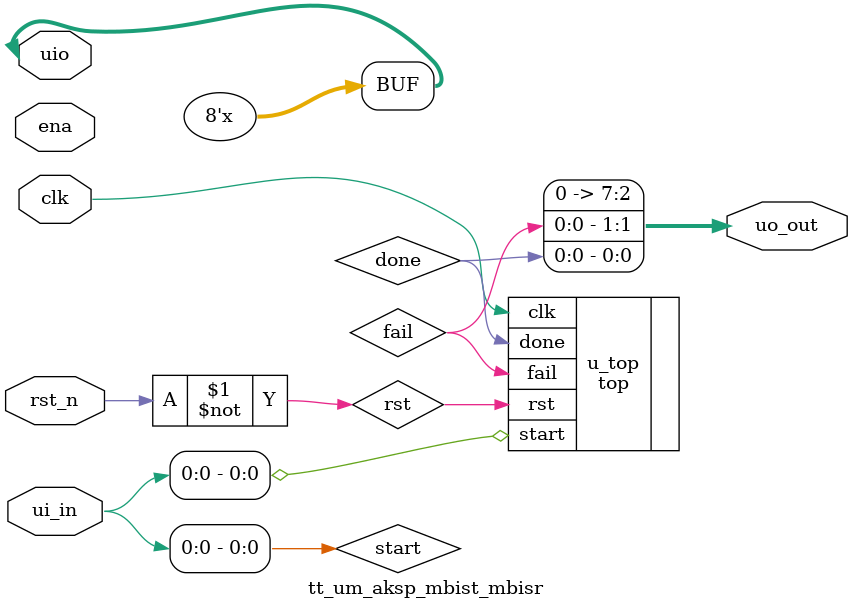
<source format=v>
/*
  TinyTapeout wrapper: tt_um_aksp_mbist_mbisr
  Maps TinyTapeout standard pins to the user's top module.
  - ui_in[0] -> start
  - uo_out[0] -> done
  - uo_out[1] -> fail
  - rst = ~rst_n
  - ena is not used by user's top but accepted by interface
  - uio left as high-Z
*/
module tt_um_aksp_mbist_mbisr (
    input  wire        clk,
    input  wire        rst_n,
    input  wire        ena,
    input  wire [7:0]  ui_in,
    output wire [7:0]  uo_out,
    inout  wire [7:0]  uio
);

    // translate reset and start
    wire rst = ~rst_n;
    wire start = ui_in[0];

    wire done;
    wire fail;

    // instantiate user's top (keeps original logic)
    top u_top (
        .clk(clk),
        .rst(rst),
        .start(start),
        .done(done),
        .fail(fail)
    );

    // map outputs
    assign uo_out[0] = done;
    assign uo_out[1] = fail;
    assign uo_out[7:2] = 6'b0;

    // leave uio as high-Z
    genvar i;
    generate
        for (i = 0; i < 8; i = i + 1) begin : UIO_Z
            assign uio[i] = 1'bz;
        end
    endgenerate

endmodule

</source>
